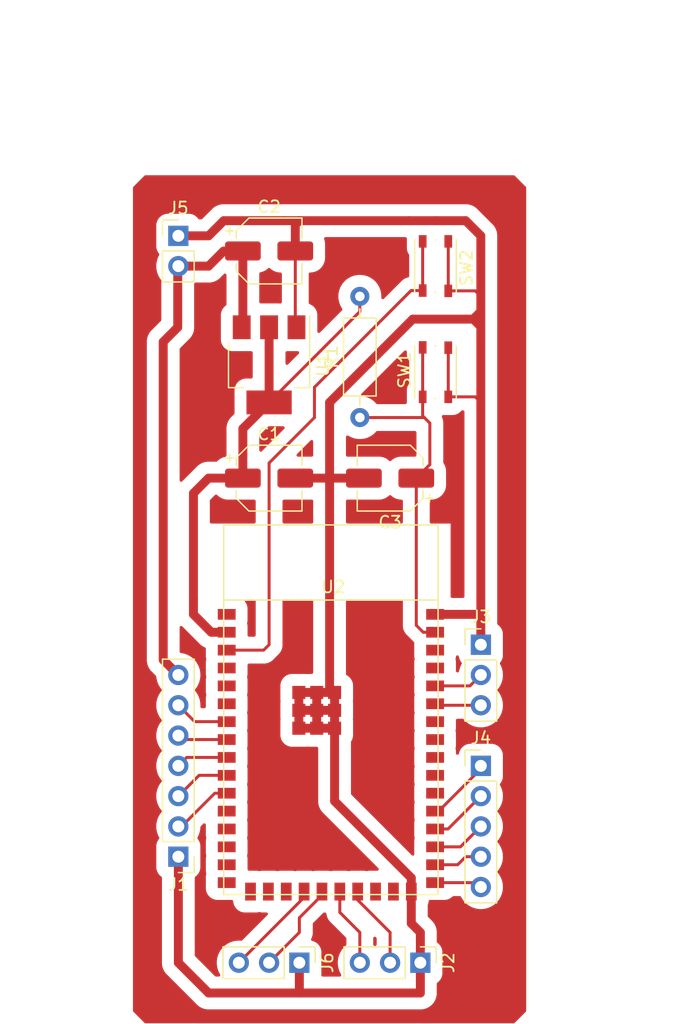
<source format=kicad_pcb>
(kicad_pcb (version 20211014) (generator pcbnew)
  (layers (0 "F.Cu" signal) (31 "B.Cu" signal) (34 "B.Paste" user) (35 "F.Paste" user) (36 "B.SilkS" user "B.Silkscreen") (37 "F.SilkS" user "F.Silkscreen") (38 "B.Mask" user) (39 "F.Mask" user) (44 "Edge.Cuts" user))
  (net 0 "")
  (net 1 "GND")
  (net 2 "+5V")
  (net 14 "Net-(U2-Pad20)")
  (net 16 "Net-(U2-Pad21)")
  (net 26 "+3V3")
  (net 27 "Net-(C3-Pad1)")
  (net 28 "Net-(SW2-Pad2)")
  (net 29 "Net-(J1-Pad6)")
  (net 30 "Net-(J1-Pad5)")
  (net 31 "Net-(J1-Pad4)")
  (net 32 "Net-(J1-Pad3)")
  (net 33 "Net-(J1-Pad2)")
  (net 34 "Net-(J2-Pad3)")
  (net 35 "Net-(J2-Pad2)")
  (net 36 "Net-(J3-Pad3)")
  (net 37 "Net-(J3-Pad2)")
  (net 38 "Net-(J4-Pad4)")
  (net 39 "Net-(J4-Pad3)")
  (net 40 "Net-(J4-Pad2)")
  (net 41 "Net-(J4-Pad1)")
  (net 42 "Net-(J4-Pad5)")
  (footprint "Capacitor_SMD:CP_Elec_5x5.9" (layer "F.Cu") (at 109.22 99.06)
    (fp_text reference "C1" (at 0 -3.7) (layer "F.SilkS"))
    (fp_text value "10uF")
    (fp_line (start -2.76 -1.695563) (end -1.695563 -2.76) (layer "F.SilkS") (width 0.12))
    (fp_line (start -3.3125 -1.9975) (end -3.3125 -1.3725) (layer "F.SilkS") (width 0.12))
    (fp_line (start -2.76 1.695563) (end -1.695563 2.76) (layer "F.SilkS") (width 0.12))
    (fp_line (start -2.76 -1.695563) (end -2.76 -1.06) (layer "F.SilkS") (width 0.12))
    (fp_line (start 2.76 2.76) (end 2.76 1.06) (layer "F.SilkS") (width 0.12))
    (fp_line (start 2.76 -2.76) (end 2.76 -1.06) (layer "F.SilkS") (width 0.12))
    (fp_line (start -3.625 -1.685) (end -3 -1.685) (layer "F.SilkS") (width 0.12))
    (fp_line (start -1.695563 2.76) (end 2.76 2.76) (layer "F.SilkS") (width 0.12))
    (fp_line (start -1.695563 -2.76) (end 2.76 -2.76) (layer "F.SilkS") (width 0.12))
    (fp_line (start -2.76 1.695563) (end -2.76 1.06) (layer "F.SilkS") (width 0.12))
    (pad "1" smd roundrect locked (at -2.2 0) (size 3 1.6) (layers "F.Cu" "F.Paste" "F.Mask") (roundrect_rratio 0.15625) (net 26 "+3V3"))
    (pad "2" smd roundrect locked (at 2.2 0) (size 3 1.6) (layers "F.Cu" "F.Paste" "F.Mask") (roundrect_rratio 0.15625) (net 1 "GND"))
  )
  (footprint "Capacitor_SMD:CP_Elec_5x5.9" (layer "F.Cu") (at 109.22 80.01)
    (fp_text reference "C2" (at 0 -3.7) (layer "F.SilkS"))
    (fp_text value "20uF")
    (fp_line (start -1.695563 2.76) (end 2.76 2.76) (layer "F.SilkS") (width 0.12))
    (fp_line (start 2.76 2.76) (end 2.76 1.06) (layer "F.SilkS") (width 0.12))
    (fp_line (start -3.625 -1.685) (end -3 -1.685) (layer "F.SilkS") (width 0.12))
    (fp_line (start -2.76 1.695563) (end -2.76 1.06) (layer "F.SilkS") (width 0.12))
    (fp_line (start -3.3125 -1.9975) (end -3.3125 -1.3725) (layer "F.SilkS") (width 0.12))
    (fp_line (start -2.76 1.695563) (end -1.695563 2.76) (layer "F.SilkS") (width 0.12))
    (fp_line (start -2.76 -1.695563) (end -1.695563 -2.76) (layer "F.SilkS") (width 0.12))
    (fp_line (start 2.76 -2.76) (end 2.76 -1.06) (layer "F.SilkS") (width 0.12))
    (fp_line (start -2.76 -1.695563) (end -2.76 -1.06) (layer "F.SilkS") (width 0.12))
    (fp_line (start -1.695563 -2.76) (end 2.76 -2.76) (layer "F.SilkS") (width 0.12))
    (pad "1" smd roundrect locked (at -2.2 0) (size 3 1.6) (layers "F.Cu" "F.Paste" "F.Mask") (roundrect_rratio 0.15625) (net 2 "+5V"))
    (pad "2" smd roundrect locked (at 2.2 0) (size 3 1.6) (layers "F.Cu" "F.Paste" "F.Mask") (roundrect_rratio 0.15625) (net 1 "GND"))
  )
  (footprint "Package_TO_SOT_SMD:SOT-223-3_TabPin2" (layer "F.Cu") (at 109.22 89.56 -90)
    (fp_text reference "U1" (at 0 -4.5 90) (layer "F.SilkS"))
    (fp_text value "AMS1117-3.3")
    (fp_line (start -4.1 -3.41) (end 1.91 -3.41) (layer "F.SilkS") (width 0.12))
    (fp_line (start -1.85 3.41) (end 1.91 3.41) (layer "F.SilkS") (width 0.12))
    (fp_line (start 1.91 3.41) (end 1.91 2.15) (layer "F.SilkS") (width 0.12))
    (fp_line (start 1.91 -3.41) (end 1.91 -2.15) (layer "F.SilkS") (width 0.12))
    (pad "1" smd rect locked (at -3.15 -2.3 270) (size 2 1.5) (layers "F.Cu" "F.Paste" "F.Mask") (net 1 "GND"))
    (pad "2" smd rect locked (at -3.15 0 270) (size 2 1.5) (layers "F.Cu" "F.Paste" "F.Mask") (net 26 "+3V3"))
    (pad "2" smd rect locked (at 3.15 0 270) (size 2 3.8) (layers "F.Cu" "F.Paste" "F.Mask") (net 26 "+3V3"))
    (pad "3" smd rect locked (at -3.15 2.3 270) (size 2 1.5) (layers "F.Cu" "F.Paste" "F.Mask") (net 2 "+5V"))
  )
  (footprint "ESP32-S2-Breakout:ESP32-S2-WROOM" (layer "F.Cu") (at 105.41 102.984999)
    (fp_text reference "U2" (at 9.2 5.2) (layer "F.SilkS"))
    (fp_text value "ESP32-S2-WROOM")
    (fp_line (start 18 0) (end 18 31) (layer "F.SilkS") (width 0.12))
    (fp_line (start 18 31) (end 0 31) (layer "F.SilkS") (width 0.12))
    (fp_line (start 0 0) (end 18 0) (layer "F.SilkS") (width 0.12))
    (fp_line (start 0 31) (end 0 0) (layer "F.SilkS") (width 0.12))
    (fp_line (start 0 6.3) (end 18 6.3) (layer "F.SilkS") (width 0.12))
    (pad "1" smd rect locked (at 0.25 7.5) (size 1.5 0.9) (layers "F.Cu" "F.Paste" "F.Mask"))
    (pad "2" smd rect locked (at 0.25 9) (size 1.5 0.9) (layers "F.Cu" "F.Paste" "F.Mask") (net 26 "+3V3"))
    (pad "3" smd rect locked (at 0.25 10.5) (size 1.5 0.9) (layers "F.Cu" "F.Paste" "F.Mask") (net 28 "Net-(SW2-Pad2)"))
    (pad "4" smd rect locked (at 0.25 12) (size 1.5 0.9) (layers "F.Cu" "F.Paste" "F.Mask"))
    (pad "5" smd rect locked (at 0.25 13.5) (size 1.5 0.9) (layers "F.Cu" "F.Paste" "F.Mask"))
    (pad "6" smd rect locked (at 0.25 15) (size 1.5 0.9) (layers "F.Cu" "F.Paste" "F.Mask"))
    (pad "7" smd rect locked (at 0.25 16.5) (size 1.5 0.9) (layers "F.Cu" "F.Paste" "F.Mask") (net 29 "Net-(J1-Pad6)"))
    (pad "8" smd rect locked (at 0.25 18) (size 1.5 0.9) (layers "F.Cu" "F.Paste" "F.Mask") (net 30 "Net-(J1-Pad5)"))
    (pad "9" smd rect locked (at 0.25 19.5) (size 1.5 0.9) (layers "F.Cu" "F.Paste" "F.Mask") (net 31 "Net-(J1-Pad4)"))
    (pad "10" smd rect locked (at 0.25 21) (size 1.5 0.9) (layers "F.Cu" "F.Paste" "F.Mask") (net 32 "Net-(J1-Pad3)"))
    (pad "11" smd rect locked (at 0.25 22.5) (size 1.5 0.9) (layers "F.Cu" "F.Paste" "F.Mask") (net 33 "Net-(J1-Pad2)"))
    (pad "12" smd rect locked (at 0.25 24) (size 1.5 0.9) (layers "F.Cu" "F.Paste" "F.Mask"))
    (pad "13" smd rect locked (at 0.25 25.5) (size 1.5 0.9) (layers "F.Cu" "F.Paste" "F.Mask"))
    (pad "14" smd rect locked (at 0.25 27) (size 1.5 0.9) (layers "F.Cu" "F.Paste" "F.Mask"))
    (pad "15" smd rect locked (at 0.25 28.5) (size 1.5 0.9) (layers "F.Cu" "F.Paste" "F.Mask"))
    (pad "16" smd rect locked (at 0.25 30) (size 1.5 0.9) (layers "F.Cu" "F.Paste" "F.Mask"))
    (pad "17" smd rect locked (at 2.25 30.75 90) (size 1.5 0.9) (layers "F.Cu" "F.Paste" "F.Mask"))
    (pad "18" smd rect locked (at 3.75 30.75 90) (size 1.5 0.9) (layers "F.Cu" "F.Paste" "F.Mask"))
    (pad "19" smd rect locked (at 5.25 30.75 90) (size 1.5 0.9) (layers "F.Cu" "F.Paste" "F.Mask"))
    (pad "20" smd rect locked (at 6.75 30.75 90) (size 1.5 0.9) (layers "F.Cu" "F.Paste" "F.Mask") (net 14 "Net-(U2-Pad20)"))
    (pad "21" smd rect locked (at 8.25 30.75 90) (size 1.5 0.9) (layers "F.Cu" "F.Paste" "F.Mask") (net 16 "Net-(U2-Pad21)"))
    (pad "22" smd rect locked (at 9.75 30.75 90) (size 1.5 0.9) (layers "F.Cu" "F.Paste" "F.Mask") (net 34 "Net-(J2-Pad3)"))
    (pad "23" smd rect locked (at 11.25 30.75 90) (size 1.5 0.9) (layers "F.Cu" "F.Paste" "F.Mask") (net 35 "Net-(J2-Pad2)"))
    (pad "24" smd rect locked (at 12.75 30.75 90) (size 1.5 0.9) (layers "F.Cu" "F.Paste" "F.Mask"))
    (pad "25" smd rect locked (at 14.25 30.75 90) (size 1.5 0.9) (layers "F.Cu" "F.Paste" "F.Mask"))
    (pad "26" smd rect locked (at 15.75 30.75 90) (size 1.5 0.9) (layers "F.Cu" "F.Paste" "F.Mask") (net 1 "GND"))
    (pad "27" smd rect locked (at 17.75 30) (size 1.5 0.9) (layers "F.Cu" "F.Paste" "F.Mask") (net 42 "Net-(J4-Pad5)"))
    (pad "28" smd rect locked (at 17.75 28.5) (size 1.5 0.9) (layers "F.Cu" "F.Paste" "F.Mask") (net 38 "Net-(J4-Pad4)"))
    (pad "29" smd rect locked (at 17.75 27) (size 1.5 0.9) (layers "F.Cu" "F.Paste" "F.Mask") (net 39 "Net-(J4-Pad3)"))
    (pad "30" smd rect locked (at 17.75 25.5) (size 1.5 0.9) (layers "F.Cu" "F.Paste" "F.Mask") (net 40 "Net-(J4-Pad2)"))
    (pad "31" smd rect locked (at 17.75 24) (size 1.5 0.9) (layers "F.Cu" "F.Paste" "F.Mask") (net 41 "Net-(J4-Pad1)"))
    (pad "32" smd rect locked (at 17.75 22.5) (size 1.5 0.9) (layers "F.Cu" "F.Paste" "F.Mask"))
    (pad "33" smd rect locked (at 17.75 21) (size 1.5 0.9) (layers "F.Cu" "F.Paste" "F.Mask"))
    (pad "34" smd rect locked (at 17.75 19.5) (size 1.5 0.9) (layers "F.Cu" "F.Paste" "F.Mask"))
    (pad "35" smd rect locked (at 17.75 18) (size 1.5 0.9) (layers "F.Cu" "F.Paste" "F.Mask"))
    (pad "36" smd rect locked (at 17.75 16.5) (size 1.5 0.9) (layers "F.Cu" "F.Paste" "F.Mask"))
    (pad "37" smd rect locked (at 17.75 15) (size 1.5 0.9) (layers "F.Cu" "F.Paste" "F.Mask") (net 36 "Net-(J3-Pad3)"))
    (pad "38" smd rect locked (at 17.75 13.5) (size 1.5 0.9) (layers "F.Cu" "F.Paste" "F.Mask") (net 37 "Net-(J3-Pad2)"))
    (pad "39" smd rect locked (at 17.75 12) (size 1.5 0.9) (layers "F.Cu" "F.Paste" "F.Mask"))
    (pad "40" smd rect locked (at 17.75 10.5) (size 1.5 0.9) (layers "F.Cu" "F.Paste" "F.Mask"))
    (pad "41" smd rect locked (at 17.75 9) (size 1.5 0.9) (layers "F.Cu" "F.Paste" "F.Mask") (net 27 "Net-(C3-Pad1)"))
    (pad "42" smd rect locked (at 17.75 7.5) (size 1.5 0.9) (layers "F.Cu" "F.Paste" "F.Mask") (net 1 "GND"))
    (pad "43" smd rect locked (at 6.31 15.55) (size 1.1 1.1) (layers "F.Cu" "F.Paste" "F.Mask") (net 1 "GND"))
    (pad "43" smd rect locked (at 7.81 17.05) (size 1.1 1.1) (layers "F.Cu" "F.Paste" "F.Mask") (net 1 "GND"))
    (pad "43" smd rect locked (at 6.31 17.05) (size 1.1 1.1) (layers "F.Cu" "F.Paste" "F.Mask") (net 1 "GND"))
    (pad "43" smd rect locked (at 9.31 17.05) (size 1.1 1.1) (layers "F.Cu" "F.Paste" "F.Mask") (net 1 "GND"))
    (pad "43" smd rect locked (at 6.31 14.05) (size 1.1 1.1) (layers "F.Cu" "F.Paste" "F.Mask") (net 1 "GND"))
    (pad "43" smd rect locked (at 7.81 15.55) (size 1.1 1.1) (layers "F.Cu" "F.Paste" "F.Mask") (net 1 "GND"))
    (pad "43" smd rect locked (at 9.31 14.05) (size 1.1 1.1) (layers "F.Cu" "F.Paste" "F.Mask") (net 1 "GND"))
    (pad "43" smd rect locked (at 9.31 15.55) (size 1.1 1.1) (layers "F.Cu" "F.Paste" "F.Mask") (net 1 "GND"))
    (pad "43" smd rect locked (at 7.81 14.05) (size 1.1 1.1) (layers "F.Cu" "F.Paste" "F.Mask") (net 1 "GND"))
  )
  (footprint "Capacitor_SMD:CP_Elec_5x5.9" (layer "F.Cu") (at 119.38 99.06 180)
    (fp_text reference "C3" (at 0 -3.7) (layer "F.SilkS"))
    (fp_text value "1uF")
    (fp_line (start -1.695563 2.76) (end 2.76 2.76) (layer "F.SilkS") (width 0.12))
    (fp_line (start -1.695563 -2.76) (end 2.76 -2.76) (layer "F.SilkS") (width 0.12))
    (fp_line (start -2.76 1.695563) (end -2.76 1.06) (layer "F.SilkS") (width 0.12))
    (fp_line (start -3.3125 -1.9975) (end -3.3125 -1.3725) (layer "F.SilkS") (width 0.12))
    (fp_line (start -2.76 -1.695563) (end -1.695563 -2.76) (layer "F.SilkS") (width 0.12))
    (fp_line (start -3.625 -1.685) (end -3 -1.685) (layer "F.SilkS") (width 0.12))
    (fp_line (start 2.76 2.76) (end 2.76 1.06) (layer "F.SilkS") (width 0.12))
    (fp_line (start 2.76 -2.76) (end 2.76 -1.06) (layer "F.SilkS") (width 0.12))
    (fp_line (start -2.76 -1.695563) (end -2.76 -1.06) (layer "F.SilkS") (width 0.12))
    (fp_line (start -2.76 1.695563) (end -1.695563 2.76) (layer "F.SilkS") (width 0.12))
    (pad "1" smd roundrect locked (at -2.2 0 180) (size 3 1.6) (layers "F.Cu" "F.Paste" "F.Mask") (roundrect_rratio 0.15625) (net 27 "Net-(C3-Pad1)"))
    (pad "2" smd roundrect locked (at 2.2 0 180) (size 3 1.6) (layers "F.Cu" "F.Paste" "F.Mask") (roundrect_rratio 0.15625) (net 1 "GND"))
  )
  (footprint "Resistor_THT:R_Axial_DIN0207_L6.3mm_D2.5mm_P10.16mm_Horizontal" (layer "F.Cu") (at 116.84 93.98 90)
    (fp_text reference "R1" (at 5.08 -2.37 90) (layer "F.SilkS"))
    (fp_text value "10K")
    (fp_line (start 8.35 -1.37) (end 1.81 -1.37) (layer "F.SilkS") (width 0.12))
    (fp_line (start 9.12 0) (end 8.35 0) (layer "F.SilkS") (width 0.12))
    (fp_line (start 1.04 0) (end 1.81 0) (layer "F.SilkS") (width 0.12))
    (fp_line (start 1.81 1.37) (end 8.35 1.37) (layer "F.SilkS") (width 0.12))
    (fp_line (start 8.35 1.37) (end 8.35 -1.37) (layer "F.SilkS") (width 0.12))
    (fp_line (start 1.81 -1.37) (end 1.81 1.37) (layer "F.SilkS") (width 0.12))
    (pad "1" thru_hole circle locked (at 0 0 90) (size 1.6 1.6) (drill 0.8) (layers *.Cu *.Mask) (net 27 "Net-(C3-Pad1)"))
    (pad "2" thru_hole oval locked (at 10.16 0 90) (size 1.6 1.6) (drill 0.8) (layers *.Cu *.Mask) (net 26 "+3V3"))
  )
  (footprint "Connector_PinHeader_2.54mm:PinHeader_1x07_P2.54mm_Vertical" (layer "F.Cu") (at 101.6 130.81 180)
    (fp_text reference "J1" (at 0 -2.33) (layer "F.SilkS"))
    (fp_text value "FrontPanel")
    (fp_line (start -1.33 -1.33) (end 0 -1.33) (layer "F.SilkS") (width 0.12))
    (fp_line (start -1.33 16.57) (end 1.33 16.57) (layer "F.SilkS") (width 0.12))
    (fp_line (start -1.33 1.27) (end 1.33 1.27) (layer "F.SilkS") (width 0.12))
    (fp_line (start -1.33 1.27) (end -1.33 16.57) (layer "F.SilkS") (width 0.12))
    (fp_line (start 1.33 1.27) (end 1.33 16.57) (layer "F.SilkS") (width 0.12))
    (fp_line (start -1.33 0) (end -1.33 -1.33) (layer "F.SilkS") (width 0.12))
    (pad "1" thru_hole rect locked (at 0 0 180) (size 1.7 1.7) (drill 1) (layers *.Cu *.Mask) (net 1 "GND"))
    (pad "2" thru_hole oval locked (at 0 2.54 180) (size 1.7 1.7) (drill 1) (layers *.Cu *.Mask) (net 33 "Net-(J1-Pad2)"))
    (pad "3" thru_hole oval locked (at 0 5.08 180) (size 1.7 1.7) (drill 1) (layers *.Cu *.Mask) (net 32 "Net-(J1-Pad3)"))
    (pad "4" thru_hole oval locked (at 0 7.62 180) (size 1.7 1.7) (drill 1) (layers *.Cu *.Mask) (net 31 "Net-(J1-Pad4)"))
    (pad "5" thru_hole oval locked (at 0 10.16 180) (size 1.7 1.7) (drill 1) (layers *.Cu *.Mask) (net 30 "Net-(J1-Pad5)"))
    (pad "6" thru_hole oval locked (at 0 12.7 180) (size 1.7 1.7) (drill 1) (layers *.Cu *.Mask) (net 29 "Net-(J1-Pad6)"))
    (pad "7" thru_hole oval locked (at 0 15.24 180) (size 1.7 1.7) (drill 1) (layers *.Cu *.Mask) (net 2 "+5V"))
  )
  (footprint "Connector_PinHeader_2.54mm:PinHeader_1x03_P2.54mm_Vertical" (layer "F.Cu") (at 121.92 139.7 -90)
    (fp_text reference "J2" (at 0 -2.33 90) (layer "F.SilkS"))
    (fp_text value "USB")
    (fp_line (start 1.33 1.27) (end 1.33 6.41) (layer "F.SilkS") (width 0.12))
    (fp_line (start -1.33 6.41) (end 1.33 6.41) (layer "F.SilkS") (width 0.12))
    (fp_line (start -1.33 1.27) (end 1.33 1.27) (layer "F.SilkS") (width 0.12))
    (fp_line (start -1.33 -1.33) (end 0 -1.33) (layer "F.SilkS") (width 0.12))
    (fp_line (start -1.33 0) (end -1.33 -1.33) (layer "F.SilkS") (width 0.12))
    (fp_line (start -1.33 1.27) (end -1.33 6.41) (layer "F.SilkS") (width 0.12))
    (pad "1" thru_hole rect locked (at 0 0 270) (size 1.7 1.7) (drill 1) (layers *.Cu *.Mask) (net 1 "GND"))
    (pad "2" thru_hole oval locked (at 0 2.54 270) (size 1.7 1.7) (drill 1) (layers *.Cu *.Mask) (net 35 "Net-(J2-Pad2)"))
    (pad "3" thru_hole oval locked (at 0 5.08 270) (size 1.7 1.7) (drill 1) (layers *.Cu *.Mask) (net 34 "Net-(J2-Pad3)"))
  )
  (footprint "Connector_PinHeader_2.54mm:PinHeader_1x03_P2.54mm_Vertical" (layer "F.Cu") (at 127 113.03)
    (fp_text reference "J3" (at 0 -2.33) (layer "F.SilkS"))
    (fp_text value "Serial 0")
    (fp_line (start 1.33 1.27) (end 1.33 6.41) (layer "F.SilkS") (width 0.12))
    (fp_line (start -1.33 0) (end -1.33 -1.33) (layer "F.SilkS") (width 0.12))
    (fp_line (start -1.33 6.41) (end 1.33 6.41) (layer "F.SilkS") (width 0.12))
    (fp_line (start -1.33 1.27) (end 1.33 1.27) (layer "F.SilkS") (width 0.12))
    (fp_line (start -1.33 1.27) (end -1.33 6.41) (layer "F.SilkS") (width 0.12))
    (fp_line (start -1.33 -1.33) (end 0 -1.33) (layer "F.SilkS") (width 0.12))
    (pad "1" thru_hole rect locked (at 0 0) (size 1.7 1.7) (drill 1) (layers *.Cu *.Mask) (net 1 "GND"))
    (pad "2" thru_hole oval locked (at 0 2.54) (size 1.7 1.7) (drill 1) (layers *.Cu *.Mask) (net 37 "Net-(J3-Pad2)"))
    (pad "3" thru_hole oval locked (at 0 5.08) (size 1.7 1.7) (drill 1) (layers *.Cu *.Mask) (net 36 "Net-(J3-Pad3)"))
  )
  (footprint "Connector_PinHeader_2.54mm:PinHeader_1x05_P2.54mm_Vertical" (layer "F.Cu") (at 127 123.19)
    (fp_text reference "J4" (at 0 -2.33) (layer "F.SilkS"))
    (fp_text value "OUT")
    (fp_line (start -1.33 1.27) (end -1.33 11.49) (layer "F.SilkS") (width 0.12))
    (fp_line (start -1.33 0) (end -1.33 -1.33) (layer "F.SilkS") (width 0.12))
    (fp_line (start 1.33 1.27) (end 1.33 11.49) (layer "F.SilkS") (width 0.12))
    (fp_line (start -1.33 1.27) (end 1.33 1.27) (layer "F.SilkS") (width 0.12))
    (fp_line (start -1.33 -1.33) (end 0 -1.33) (layer "F.SilkS") (width 0.12))
    (fp_line (start -1.33 11.49) (end 1.33 11.49) (layer "F.SilkS") (width 0.12))
    (pad "1" thru_hole rect locked (at 0 0) (size 1.7 1.7) (drill 1) (layers *.Cu *.Mask) (net 41 "Net-(J4-Pad1)"))
    (pad "2" thru_hole oval locked (at 0 2.54) (size 1.7 1.7) (drill 1) (layers *.Cu *.Mask) (net 40 "Net-(J4-Pad2)"))
    (pad "3" thru_hole oval locked (at 0 5.08) (size 1.7 1.7) (drill 1) (layers *.Cu *.Mask) (net 39 "Net-(J4-Pad3)"))
    (pad "4" thru_hole oval locked (at 0 7.62) (size 1.7 1.7) (drill 1) (layers *.Cu *.Mask) (net 38 "Net-(J4-Pad4)"))
    (pad "5" thru_hole oval locked (at 0 10.16) (size 1.7 1.7) (drill 1) (layers *.Cu *.Mask) (net 42 "Net-(J4-Pad5)"))
  )
  (footprint "Connector_PinHeader_2.54mm:PinHeader_1x02_P2.54mm_Vertical" (layer "F.Cu") (at 101.6 78.74)
    (fp_text reference "J5" (at 0 -2.33) (layer "F.SilkS"))
    (fp_text value "Conn_01x02")
    (fp_line (start 1.33 1.27) (end 1.33 3.87) (layer "F.SilkS") (width 0.12))
    (fp_line (start -1.33 -1.33) (end 0 -1.33) (layer "F.SilkS") (width 0.12))
    (fp_line (start -1.33 1.27) (end -1.33 3.87) (layer "F.SilkS") (width 0.12))
    (fp_line (start -1.33 0) (end -1.33 -1.33) (layer "F.SilkS") (width 0.12))
    (fp_line (start -1.33 1.27) (end 1.33 1.27) (layer "F.SilkS") (width 0.12))
    (fp_line (start -1.33 3.87) (end 1.33 3.87) (layer "F.SilkS") (width 0.12))
    (pad "1" thru_hole rect locked (at 0 0) (size 1.7 1.7) (drill 1) (layers *.Cu *.Mask) (net 1 "GND"))
    (pad "2" thru_hole oval locked (at 0 2.54) (size 1.7 1.7) (drill 1) (layers *.Cu *.Mask) (net 2 "+5V"))
  )
  (footprint "Button_Switch_SMD:SW_Push_1P1T_NO_Vertical_Wuerth_434133025816" (layer "F.Cu") (at 123.19 90.17 90)
    (fp_text reference "SW1" (at 0.15 -2.6 90) (layer "F.SilkS"))
    (fp_text value "Reset")
    (fp_line (start 2.2 -1.75) (end -2.2 -1.75) (layer "F.SilkS") (width 0.12))
    (fp_line (start -2.2 1.75) (end 2.2 1.75) (layer "F.SilkS") (width 0.12))
    (fp_line (start -2.2 0.05) (end -2.2 -0.05) (layer "F.SilkS") (width 0.12))
    (fp_line (start 2.2 0.05) (end 2.2 -0.05) (layer "F.SilkS") (width 0.12))
    (pad "1" smd rect locked (at -2.075 -1.075 90) (size 1.05 0.65) (layers "F.Cu" "F.Paste" "F.Mask") (net 27 "Net-(C3-Pad1)"))
    (pad "1" smd rect locked (at 2.075 -1.075 90) (size 1.05 0.65) (layers "F.Cu" "F.Paste" "F.Mask") (net 27 "Net-(C3-Pad1)"))
    (pad "2" smd rect locked (at -2.075 1.075 90) (size 1.05 0.65) (layers "F.Cu" "F.Paste" "F.Mask") (net 1 "GND"))
    (pad "2" smd rect locked (at 2.05 1.075 90) (size 1.05 0.65) (layers "F.Cu" "F.Paste" "F.Mask") (net 1 "GND"))
  )
  (footprint "Button_Switch_SMD:SW_Push_1P1T_NO_Vertical_Wuerth_434133025816" (layer "F.Cu") (at 123.19 81.28 -90)
    (fp_text reference "SW2" (at 0.15 -2.6 90) (layer "F.SilkS"))
    (fp_text value "Boot")
    (fp_line (start -2.2 1.75) (end 2.2 1.75) (layer "F.SilkS") (width 0.12))
    (fp_line (start -2.2 0.05) (end -2.2 -0.05) (layer "F.SilkS") (width 0.12))
    (fp_line (start 2.2 -1.75) (end -2.2 -1.75) (layer "F.SilkS") (width 0.12))
    (fp_line (start 2.2 0.05) (end 2.2 -0.05) (layer "F.SilkS") (width 0.12))
    (pad "1" smd rect locked (at -2.075 -1.075 270) (size 1.05 0.65) (layers "F.Cu" "F.Paste" "F.Mask") (net 1 "GND"))
    (pad "1" smd rect locked (at 2.075 -1.075 270) (size 1.05 0.65) (layers "F.Cu" "F.Paste" "F.Mask") (net 1 "GND"))
    (pad "2" smd rect locked (at 2.05 1.075 270) (size 1.05 0.65) (layers "F.Cu" "F.Paste" "F.Mask") (net 28 "Net-(SW2-Pad2)"))
    (pad "2" smd rect locked (at -2.075 1.075 270) (size 1.05 0.65) (layers "F.Cu" "F.Paste" "F.Mask") (net 28 "Net-(SW2-Pad2)"))
  )
  (footprint "Connector_PinHeader_2.54mm:PinHeader_1x03_P2.54mm_Vertical" (layer "F.Cu") (at 111.76 139.7 -90)
    (fp_text reference "J6" (at 0 -2.33 90) (layer "F.SilkS"))
    (fp_text value "Serial 1")
    (fp_line (start -1.33 1.27) (end -1.33 6.41) (layer "F.SilkS") (width 0.12))
    (fp_line (start -1.33 -1.33) (end 0 -1.33) (layer "F.SilkS") (width 0.12))
    (fp_line (start -1.33 6.41) (end 1.33 6.41) (layer "F.SilkS") (width 0.12))
    (fp_line (start -1.33 1.27) (end 1.33 1.27) (layer "F.SilkS") (width 0.12))
    (fp_line (start 1.33 1.27) (end 1.33 6.41) (layer "F.SilkS") (width 0.12))
    (fp_line (start -1.33 0) (end -1.33 -1.33) (layer "F.SilkS") (width 0.12))
    (pad "1" thru_hole rect (at 0 0 270) (size 1.7 1.7) (drill 1) (layers *.Cu *.Mask) (net 1 "GND"))
    (pad "2" thru_hole oval (at 0 2.54 270) (size 1.7 1.7) (drill 1) (layers *.Cu *.Mask) (net 16 "Net-(U2-Pad21)"))
    (pad "3" thru_hole oval (at 0 5.08 270) (size 1.7 1.7) (drill 1) (layers *.Cu *.Mask) (net 14 "Net-(U2-Pad20)"))
  )
  (segment (start 111.76 142.24) (end 121.92 142.24) (width 0.75) (layer "F.Cu") (net 1))
  (segment (start 114.3 92.71) (end 114.3 99.06) (width 0.75) (layer "F.Cu") (net 1))
  (segment (start 113.22 118.534999) (end 113.22 120.034999) (width 0.75) (layer "F.Cu") (net 1))
  (segment (start 124.265 92.245) (end 126.535 92.245) (width 0.25) (layer "F.Cu") (net 1))
  (segment (start 124.265 83.355) (end 124.265 79.205) (width 0.25) (layer "F.Cu") (net 1))
  (segment (start 123.16 110.484999) (end 126.994999 110.484999) (width 0.75) (layer "F.Cu") (net 1))
  (segment (start 121.16 136.4) (end 121.92 137.16) (width 0.75) (layer "F.Cu") (net 1))
  (segment (start 113.22 118.534999) (end 114.72 118.534999) (width 0.75) (layer "F.Cu") (net 1))
  (segment (start 127 92.71) (end 127 113.03) (width 0.75) (layer "F.Cu") (net 1))
  (segment (start 121.92 137.16) (end 121.92 139.7) (width 0.75) (layer "F.Cu") (net 1))
  (segment (start 111.76 139.7) (end 111.76 142.24) (width 0.75) (layer "F.Cu") (net 1))
  (segment (start 101.6 139.7) (end 101.6 130.81) (width 0.75) (layer "F.Cu") (net 1))
  (segment (start 123.19 77.47) (end 125.73 77.47) (width 0.75) (layer "F.Cu") (net 1))
  (segment (start 114.3 116.614999) (end 114.72 117.034999) (width 0.25) (layer "F.Cu") (net 1))
  (segment (start 114.72 117.034999) (end 114.72 118.534999) (width 0.75) (layer "F.Cu") (net 1))
  (segment (start 120.96 77.47) (end 123.19 77.47) (width 0.75) (layer "F.Cu") (net 1))
  (segment (start 120.96 77.47) (end 111.76 77.47) (width 0.75) (layer "F.Cu") (net 1))
  (segment (start 114.3 99.06) (end 114.3 116.614999) (width 0.75) (layer "F.Cu") (net 1))
  (segment (start 127 86.86) (end 127 87.63) (width 0.75) (layer "F.Cu") (net 1))
  (segment (start 121.92 142.24) (end 121.92 139.7) (width 0.75) (layer "F.Cu") (net 1))
  (segment (start 111.42 86.31) (end 111.52 86.41) (width 0.25) (layer "F.Cu") (net 1))
  (segment (start 124.265 92.245) (end 124.265 88.12) (width 0.25) (layer "F.Cu") (net 1))
  (segment (start 124.265 83.355) (end 126.535 83.355) (width 0.25) (layer "F.Cu") (net 1))
  (segment (start 126.365 85.725) (end 127 85.09) (width 0.75) (layer "F.Cu") (net 1))
  (segment (start 126.535 83.355) (end 127 83.82) (width 0.25) (layer "F.Cu") (net 1))
  (segment (start 113.22 120.034999) (end 114.72 120.034999) (width 0.75) (layer "F.Cu") (net 1))
  (segment (start 111.72 118.534999) (end 111.72 120.034999) (width 0.75) (layer "F.Cu") (net 1))
  (segment (start 126.535 92.245) (end 127 92.71) (width 0.25) (layer "F.Cu") (net 1))
  (segment (start 111.72 118.534999) (end 113.22 118.534999) (width 0.75) (layer "F.Cu") (net 1))
  (segment (start 105.41 77.47) (end 110.49 77.47) (width 0.75) (layer "F.Cu") (net 1))
  (segment (start 114.3 99.06) (end 111.42 99.06) (width 0.75) (layer "F.Cu") (net 1))
  (segment (start 121.16 133.734999) (end 121.16 132.59) (width 0.75) (layer "F.Cu") (net 1))
  (segment (start 111.42 80.01) (end 111.42 86.31) (width 0.25) (layer "F.Cu") (net 1))
  (segment (start 111.42 80.01) (end 111.42 77.81) (width 0.75) (layer "F.Cu") (net 1))
  (segment (start 104.14 78.74) (end 105.41 77.47) (width 0.75) (layer "F.Cu") (net 1))
  (segment (start 127 87.63) (end 127 92.71) (width 0.75) (layer "F.Cu") (net 1))
  (segment (start 111.72 120.034999) (end 113.22 120.034999) (width 0.75) (layer "F.Cu") (net 1))
  (segment (start 127 85.09) (end 127 86.36) (width 0.75) (layer "F.Cu") (net 1))
  (segment (start 111.42 77.81) (end 111.76 77.47) (width 0.75) (layer "F.Cu") (net 1))
  (segment (start 113.22 117.034999) (end 113.22 118.534999) (width 0.75) (layer "F.Cu") (net 1))
  (segment (start 104.14 142.24) (end 111.76 142.24) (width 0.75) (layer "F.Cu") (net 1))
  (segment (start 113.22 117.034999) (end 114.72 117.034999) (width 0.75) (layer "F.Cu") (net 1))
  (segment (start 121.285 85.725) (end 126.365 85.725) (width 0.75) (layer "F.Cu") (net 1))
  (segment (start 114.72 126.15) (end 114.72 120.034999) (width 0.75) (layer "F.Cu") (net 1))
  (segment (start 118.89 88.12) (end 120.65 86.36) (width 0.75) (layer "F.Cu") (net 1))
  (segment (start 126.365 85.725) (end 127 86.36) (width 0.75) (layer "F.Cu") (net 1))
  (segment (start 127 78.74) (end 127 83.82) (width 0.75) (layer "F.Cu") (net 1))
  (segment (start 101.6 139.7) (end 104.14 142.24) (width 0.75) (layer "F.Cu") (net 1))
  (segment (start 118.89 88.12) (end 114.3 92.71) (width 0.75) (layer "F.Cu") (net 1))
  (segment (start 111.76 77.47) (end 110.49 77.47) (width 0.75) (layer "F.Cu") (net 1))
  (segment (start 125.73 77.47) (end 127 78.74) (width 0.75) (layer "F.Cu") (net 1))
  (segment (start 111.72 117.034999) (end 113.22 117.034999) (width 0.75) (layer "F.Cu") (net 1))
  (segment (start 101.6 78.74) (end 104.14 78.74) (width 0.75) (layer "F.Cu") (net 1))
  (segment (start 127 86.36) (end 127 86.86) (width 0.75) (layer "F.Cu") (net 1))
  (segment (start 114.3 99.06) (end 117.18 99.06) (width 0.75) (layer "F.Cu") (net 1))
  (segment (start 121.16 132.59) (end 114.72 126.15) (width 0.75) (layer "F.Cu") (net 1))
  (segment (start 114.72 118.534999) (end 114.72 120.034999) (width 0.75) (layer "F.Cu") (net 1))
  (segment (start 127 83.82) (end 127 85.09) (width 0.75) (layer "F.Cu") (net 1))
  (segment (start 111.72 117.034999) (end 111.72 118.534999) (width 0.75) (layer "F.Cu") (net 1))
  (segment (start 120.65 86.36) (end 121.285 85.725) (width 0.75) (layer "F.Cu") (net 1))
  (segment (start 121.16 133.734999) (end 121.16 136.4) (width 0.75) (layer "F.Cu") (net 1))
  (segment (start 107.02 80.01) (end 107.02 86.31) (width 0.75) (layer "F.Cu") (net 2))
  (segment (start 107.02 80.01) (end 105.41 80.01) (width 0.25) (layer "F.Cu") (net 2))
  (segment (start 101.55 81.33) (end 101.6 81.28) (width 0.25) (layer "F.Cu") (net 2))
  (segment (start 100.33 114.3) (end 101.6 115.57) (width 0.75) (layer "F.Cu") (net 2))
  (segment (start 100.33 87.63) (end 100.33 114.3) (width 0.75) (layer "F.Cu") (net 2))
  (segment (start 106.92 86.41) (end 106.63 86.41) (width 0.25) (layer "F.Cu") (net 2))
  (segment (start 101.55 86.41) (end 100.33 87.63) (width 0.75) (layer "F.Cu") (net 2))
  (segment (start 107.02 86.31) (end 106.92 86.41) (width 0.25) (layer "F.Cu") (net 2))
  (segment (start 104.14 81.28) (end 101.6 81.28) (width 0.75) (layer "F.Cu") (net 2))
  (segment (start 105.41 80.01) (end 104.14 81.28) (width 0.75) (layer "F.Cu") (net 2))
  (segment (start 101.55 86.41) (end 101.55 81.33) (width 0.75) (layer "F.Cu") (net 2))
  (segment (start 112.16 134.22) (end 106.68 139.7) (width 0.25) (layer "F.Cu") (net 14))
  (segment (start 112.16 133.734999) (end 112.16 134.22) (width 0.25) (layer "F.Cu") (net 14))
  (segment (start 111.76 135.934999) (end 111.76 137.16) (width 0.25) (layer "F.Cu") (net 16))
  (segment (start 113.66 133.734999) (end 113.66 134.034999) (width 0.25) (layer "F.Cu") (net 16))
  (segment (start 113.66 134.034999) (end 111.76 135.934999) (width 0.25) (layer "F.Cu") (net 16))
  (segment (start 111.76 137.16) (end 109.22 139.7) (width 0.25) (layer "F.Cu") (net 16))
  (segment (start 109.22 86.41) (end 109.22 92.71) (width 0.75) (layer "F.Cu") (net 26))
  (segment (start 105.41 99.06) (end 104.14 99.06) (width 0.75) (layer "F.Cu") (net 26))
  (segment (start 105.41 99.06) (end 107.02 99.06) (width 0.75) (layer "F.Cu") (net 26))
  (segment (start 102.87 110.49) (end 104.364999 111.984999) (width 0.75) (layer "F.Cu") (net 26))
  (segment (start 107.02 94.91) (end 109.22 92.71) (width 0.75) (layer "F.Cu") (net 26))
  (segment (start 102.87 100.33) (end 102.87 109.22) (width 0.75) (layer "F.Cu") (net 26))
  (segment (start 104.14 99.06) (end 102.87 100.33) (width 0.75) (layer "F.Cu") (net 26))
  (segment (start 116.84 83.82) (end 116.84 85.09) (width 0.25) (layer "F.Cu") (net 26))
  (segment (start 116.84 85.09) (end 109.22 92.71) (width 0.25) (layer "F.Cu") (net 26))
  (segment (start 107.02 99.06) (end 107.02 94.91) (width 0.75) (layer "F.Cu") (net 26))
  (segment (start 104.364999 111.984999) (end 105.66 111.984999) (width 0.75) (layer "F.Cu") (net 26))
  (segment (start 102.87 109.22) (end 102.87 110.49) (width 0.75) (layer "F.Cu") (net 26))
  (segment (start 116.84 93.98) (end 122.25 93.98) (width 0.25) (layer "F.Cu") (net 27))
  (segment (start 122.72 97.92) (end 121.58 99.06) (width 0.25) (layer "F.Cu") (net 27))
  (segment (start 121.58 99.06) (end 121.58 111.404999) (width 0.25) (layer "F.Cu") (net 27))
  (segment (start 122.115 92.245) (end 122.115 93.845) (width 0.25) (layer "F.Cu") (net 27))
  (segment (start 122.72 94.45) (end 122.72 95.72) (width 0.25) (layer "F.Cu") (net 27))
  (segment (start 122.25 93.98) (end 122.72 94.45) (width 0.25) (layer "F.Cu") (net 27))
  (segment (start 122.72 95.72) (end 122.72 97.92) (width 0.25) (layer "F.Cu") (net 27))
  (segment (start 122.115 92.245) (end 122.115 88.095) (width 0.25) (layer "F.Cu") (net 27))
  (segment (start 121.58 111.404999) (end 122.16 111.984999) (width 0.25) (layer "F.Cu") (net 27))
  (segment (start 122.16 111.984999) (end 123.16 111.984999) (width 0.25) (layer "F.Cu") (net 27))
  (segment (start 122.115 93.845) (end 122.25 93.98) (width 0.25) (layer "F.Cu") (net 27))
  (segment (start 105.66 113.484999) (end 108.765001 113.484999) (width 0.25) (layer "F.Cu") (net 28))
  (segment (start 109.22 97.79) (end 113.03 93.98) (width 0.25) (layer "F.Cu") (net 28))
  (segment (start 113.03 91.44) (end 121.14 83.33) (width 0.25) (layer "F.Cu") (net 28))
  (segment (start 109.22 113.03) (end 109.22 97.79) (width 0.25) (layer "F.Cu") (net 28))
  (segment (start 113.03 93.98) (end 113.03 91.44) (width 0.25) (layer "F.Cu") (net 28))
  (segment (start 108.765001 113.484999) (end 109.22 113.03) (width 0.25) (layer "F.Cu") (net 28))
  (segment (start 121.14 83.33) (end 122.115 83.33) (width 0.25) (layer "F.Cu") (net 28))
  (segment (start 122.115 79.205) (end 122.115 83.33) (width 0.25) (layer "F.Cu") (net 28))
  (segment (start 102.974999 119.484999) (end 101.6 118.11) (width 0.25) (layer "F.Cu") (net 29))
  (segment (start 105.66 119.484999) (end 102.974999 119.484999) (width 0.25) (layer "F.Cu") (net 29))
  (segment (start 105.66 120.984999) (end 101.934999 120.984999) (width 0.25) (layer "F.Cu") (net 30))
  (segment (start 101.934999 120.984999) (end 101.6 120.65) (width 0.25) (layer "F.Cu") (net 30))
  (segment (start 105.66 122.484999) (end 102.305001 122.484999) (width 0.25) (layer "F.Cu") (net 31))
  (segment (start 102.305001 122.484999) (end 101.6 123.19) (width 0.25) (layer "F.Cu") (net 31))
  (segment (start 103.345001 123.984999) (end 101.6 125.73) (width 0.25) (layer "F.Cu") (net 32))
  (segment (start 105.66 123.984999) (end 103.345001 123.984999) (width 0.25) (layer "F.Cu") (net 32))
  (segment (start 104.66 125.484999) (end 101.874999 128.27) (width 0.25) (layer "F.Cu") (net 33))
  (segment (start 105.66 125.484999) (end 104.66 125.484999) (width 0.25) (layer "F.Cu") (net 33))
  (segment (start 101.874999 128.27) (end 101.6 128.27) (width 0.25) (layer "F.Cu") (net 33))
  (segment (start 116.84 139.7) (end 116.84 137.16) (width 0.25) (layer "F.Cu") (net 34))
  (segment (start 115.16 135.48) (end 116.84 137.16) (width 0.25) (layer "F.Cu") (net 34))
  (segment (start 115.16 133.734999) (end 115.16 135.48) (width 0.25) (layer "F.Cu") (net 34))
  (segment (start 116.66 133.734999) (end 116.66 134.44) (width 0.25) (layer "F.Cu") (net 35))
  (segment (start 116.66 134.44) (end 119.38 137.16) (width 0.25) (layer "F.Cu") (net 35))
  (segment (start 119.38 137.16) (end 119.38 139.7) (width 0.25) (layer "F.Cu") (net 35))
  (segment (start 123.285001 118.11) (end 123.16 117.984999) (width 0.25) (layer "F.Cu") (net 36))
  (segment (start 127 118.11) (end 123.285001 118.11) (width 0.25) (layer "F.Cu") (net 36))
  (segment (start 127 115.57) (end 126.085001 116.484999) (width 0.25) (layer "F.Cu") (net 37))
  (segment (start 126.085001 116.484999) (end 123.16 116.484999) (width 0.25) (layer "F.Cu") (net 37))
  (segment (start 125.055001 131.484999) (end 125.73 130.81) (width 0.25) (layer "F.Cu") (net 38))
  (segment (start 127 130.81) (end 125.73 130.81) (width 0.25) (layer "F.Cu") (net 38))
  (segment (start 123.16 131.484999) (end 125.055001 131.484999) (width 0.25) (layer "F.Cu") (net 38))
  (segment (start 127 128.27) (end 125.285001 129.984999) (width 0.25) (layer "F.Cu") (net 39))
  (segment (start 125.285001 129.984999) (end 123.16 129.984999) (width 0.25) (layer "F.Cu") (net 39))
  (segment (start 127 125.73) (end 124.245001 128.484999) (width 0.25) (layer "F.Cu") (net 40))
  (segment (start 124.245001 128.484999) (end 123.16 128.484999) (width 0.25) (layer "F.Cu") (net 40))
  (segment (start 123.46 126.984999) (end 123.16 126.984999) (width 0.25) (layer "F.Cu") (net 41))
  (segment (start 127 123.19) (end 127 123.444999) (width 0.25) (layer "F.Cu") (net 41))
  (segment (start 127 123.444999) (end 123.46 126.984999) (width 0.25) (layer "F.Cu") (net 41))
  (segment (start 126.634999 132.984999) (end 127 133.35) (width 0.25) (layer "F.Cu") (net 42))
  (segment (start 123.16 132.984999) (end 126.634999 132.984999) (width 0.25) (layer "F.Cu") (net 42))
  (zone (net 0) (net_name "") (layer "F.Cu") (connect_pads (clearance 0)) (min_thickness 0.254)
    (keepout (tracks allowed) (vias allowed) (pads allowed) (copperpour not_allowed) (footprints allowed))
    (fill (thermal_gap 0.508) (thermal_bridge_width 0.508))
    (polygon (pts (xy 124.46 109.22) (xy 104.14 109.22) (xy 104.14 102.87) (xy 124.46 102.87)))
  )
  (zone (net 0) (net_name "") (layer "F.Cu") (connect_pads (clearance 1)) (min_thickness 0.254) (fill yes (thermal_gap 0.508) (thermal_bridge_width 0.508) (smoothing chamfer) (radius 1))
    (polygon (pts (xy 130.81 144.78) (xy 97.79 144.78) (xy 97.79 73.66) (xy 130.81 73.66)))
  )
)
</source>
